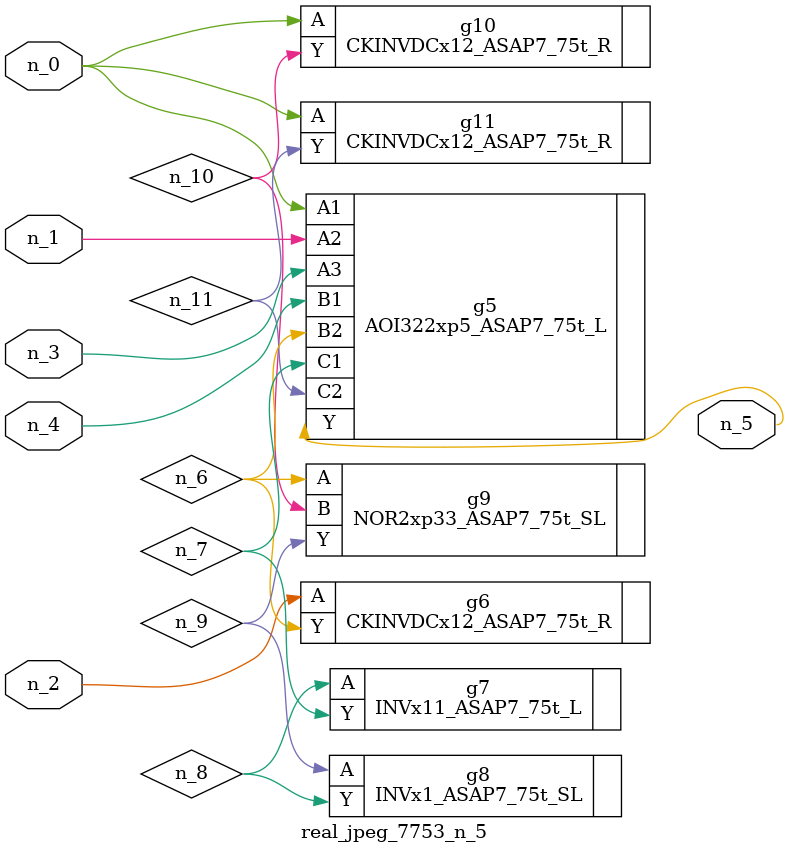
<source format=v>
module real_jpeg_7753_n_5 (n_4, n_0, n_1, n_2, n_3, n_5);

input n_4;
input n_0;
input n_1;
input n_2;
input n_3;

output n_5;

wire n_8;
wire n_11;
wire n_6;
wire n_7;
wire n_10;
wire n_9;

AOI322xp5_ASAP7_75t_L g5 ( 
.A1(n_0),
.A2(n_1),
.A3(n_3),
.B1(n_4),
.B2(n_6),
.C1(n_7),
.C2(n_11),
.Y(n_5)
);

CKINVDCx12_ASAP7_75t_R g10 ( 
.A(n_0),
.Y(n_10)
);

CKINVDCx12_ASAP7_75t_R g11 ( 
.A(n_0),
.Y(n_11)
);

CKINVDCx12_ASAP7_75t_R g6 ( 
.A(n_2),
.Y(n_6)
);

NOR2xp33_ASAP7_75t_SL g9 ( 
.A(n_6),
.B(n_10),
.Y(n_9)
);

INVx11_ASAP7_75t_L g7 ( 
.A(n_8),
.Y(n_7)
);

INVx1_ASAP7_75t_SL g8 ( 
.A(n_9),
.Y(n_8)
);


endmodule
</source>
